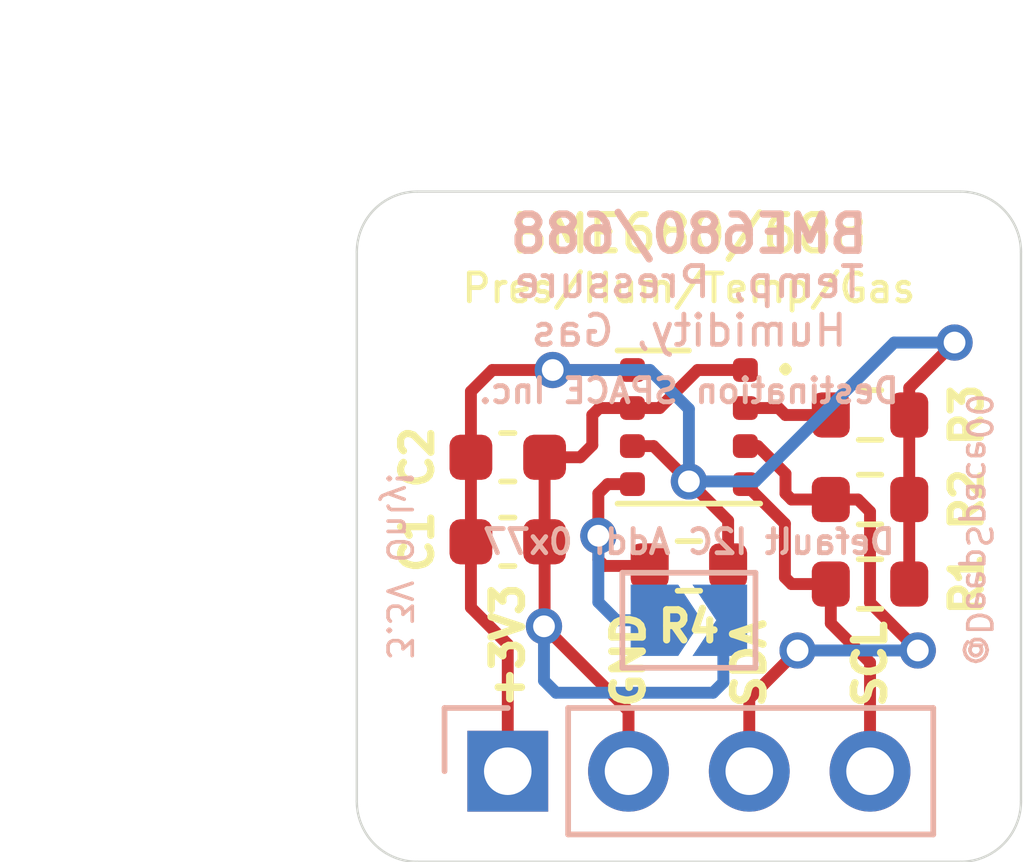
<source format=kicad_pcb>
(kicad_pcb (version 20171130) (host pcbnew "(5.1.10)-1")

  (general
    (thickness 1.6)
    (drawings 23)
    (tracks 78)
    (zones 0)
    (modules 9)
    (nets 7)
  )

  (page A4)
  (layers
    (0 F.Cu signal)
    (31 B.Cu signal)
    (32 B.Adhes user)
    (33 F.Adhes user)
    (34 B.Paste user)
    (35 F.Paste user)
    (36 B.SilkS user)
    (37 F.SilkS user)
    (38 B.Mask user)
    (39 F.Mask user)
    (40 Dwgs.User user)
    (41 Cmts.User user)
    (42 Eco1.User user)
    (43 Eco2.User user)
    (44 Edge.Cuts user)
    (45 Margin user)
    (46 B.CrtYd user)
    (47 F.CrtYd user)
    (48 B.Fab user hide)
    (49 F.Fab user hide)
  )

  (setup
    (last_trace_width 0.25)
    (user_trace_width 0.3048)
    (trace_clearance 0.2)
    (zone_clearance 0.508)
    (zone_45_only no)
    (trace_min 0.2)
    (via_size 0.8)
    (via_drill 0.4)
    (via_min_size 0.4)
    (via_min_drill 0.3)
    (uvia_size 0.3)
    (uvia_drill 0.1)
    (uvias_allowed no)
    (uvia_min_size 0.2)
    (uvia_min_drill 0.1)
    (edge_width 0.05)
    (segment_width 0.2)
    (pcb_text_width 0.3)
    (pcb_text_size 1.5 1.5)
    (mod_edge_width 0.12)
    (mod_text_size 1 1)
    (mod_text_width 0.15)
    (pad_size 0.3 0.3)
    (pad_drill 0)
    (pad_to_mask_clearance 0)
    (aux_axis_origin 0 0)
    (visible_elements 7FFFFFFF)
    (pcbplotparams
      (layerselection 0x010f0_ffffffff)
      (usegerberextensions false)
      (usegerberattributes true)
      (usegerberadvancedattributes true)
      (creategerberjobfile true)
      (excludeedgelayer true)
      (linewidth 0.100000)
      (plotframeref false)
      (viasonmask false)
      (mode 1)
      (useauxorigin false)
      (hpglpennumber 1)
      (hpglpenspeed 20)
      (hpglpendiameter 15.000000)
      (psnegative false)
      (psa4output false)
      (plotreference true)
      (plotvalue true)
      (plotinvisibletext false)
      (padsonsilk false)
      (subtractmaskfromsilk false)
      (outputformat 1)
      (mirror false)
      (drillshape 0)
      (scaleselection 1)
      (outputdirectory "gerberFiles/"))
  )

  (net 0 "")
  (net 1 +3V3)
  (net 2 GND)
  (net 3 SDO)
  (net 4 SCL)
  (net 5 SDA)
  (net 6 CS)

  (net_class Default "This is the default net class."
    (clearance 0.2)
    (trace_width 0.25)
    (via_dia 0.8)
    (via_drill 0.4)
    (uvia_dia 0.3)
    (uvia_drill 0.1)
    (add_net +3V3)
    (add_net CS)
    (add_net GND)
    (add_net SCL)
    (add_net SDA)
    (add_net SDO)
  )

  (module Capacitor_SMD:C_0603_1608Metric (layer F.Cu) (tedit 5F68FEEE) (tstamp 613FD9A0)
    (at 143.51 103.124)
    (descr "Capacitor SMD 0603 (1608 Metric), square (rectangular) end terminal, IPC_7351 nominal, (Body size source: IPC-SM-782 page 76, https://www.pcb-3d.com/wordpress/wp-content/uploads/ipc-sm-782a_amendment_1_and_2.pdf), generated with kicad-footprint-generator")
    (tags capacitor)
    (path /61400F79)
    (attr smd)
    (fp_text reference C1 (at -1.905 0 90) (layer F.SilkS)
      (effects (font (size 0.635 0.635) (thickness 0.15)))
    )
    (fp_text value 0.1uF (at 0 1.43) (layer F.Fab)
      (effects (font (size 1 1) (thickness 0.15)))
    )
    (fp_line (start 1.48 0.73) (end -1.48 0.73) (layer F.CrtYd) (width 0.05))
    (fp_line (start 1.48 -0.73) (end 1.48 0.73) (layer F.CrtYd) (width 0.05))
    (fp_line (start -1.48 -0.73) (end 1.48 -0.73) (layer F.CrtYd) (width 0.05))
    (fp_line (start -1.48 0.73) (end -1.48 -0.73) (layer F.CrtYd) (width 0.05))
    (fp_line (start -0.14058 0.51) (end 0.14058 0.51) (layer F.SilkS) (width 0.12))
    (fp_line (start -0.14058 -0.51) (end 0.14058 -0.51) (layer F.SilkS) (width 0.12))
    (fp_line (start 0.8 0.4) (end -0.8 0.4) (layer F.Fab) (width 0.1))
    (fp_line (start 0.8 -0.4) (end 0.8 0.4) (layer F.Fab) (width 0.1))
    (fp_line (start -0.8 -0.4) (end 0.8 -0.4) (layer F.Fab) (width 0.1))
    (fp_line (start -0.8 0.4) (end -0.8 -0.4) (layer F.Fab) (width 0.1))
    (fp_text user %R (at 0 0) (layer F.Fab)
      (effects (font (size 0.4 0.4) (thickness 0.06)))
    )
    (pad 1 smd roundrect (at -0.775 0) (size 0.9 0.95) (layers F.Cu F.Paste F.Mask) (roundrect_rratio 0.25)
      (net 1 +3V3))
    (pad 2 smd roundrect (at 0.775 0) (size 0.9 0.95) (layers F.Cu F.Paste F.Mask) (roundrect_rratio 0.25)
      (net 2 GND))
    (model ${KISYS3DMOD}/Capacitor_SMD.3dshapes/C_0603_1608Metric.wrl
      (at (xyz 0 0 0))
      (scale (xyz 1 1 1))
      (rotate (xyz 0 0 0))
    )
  )

  (module Capacitor_SMD:C_0603_1608Metric (layer F.Cu) (tedit 5F68FEEE) (tstamp 613FD9B1)
    (at 143.51 101.346)
    (descr "Capacitor SMD 0603 (1608 Metric), square (rectangular) end terminal, IPC_7351 nominal, (Body size source: IPC-SM-782 page 76, https://www.pcb-3d.com/wordpress/wp-content/uploads/ipc-sm-782a_amendment_1_and_2.pdf), generated with kicad-footprint-generator")
    (tags capacitor)
    (path /61407B47)
    (attr smd)
    (fp_text reference C2 (at -1.905 0 90) (layer F.SilkS)
      (effects (font (size 0.635 0.635) (thickness 0.15)))
    )
    (fp_text value 0.1uF (at 0 1.43) (layer F.Fab)
      (effects (font (size 1 1) (thickness 0.15)))
    )
    (fp_line (start -0.8 0.4) (end -0.8 -0.4) (layer F.Fab) (width 0.1))
    (fp_line (start -0.8 -0.4) (end 0.8 -0.4) (layer F.Fab) (width 0.1))
    (fp_line (start 0.8 -0.4) (end 0.8 0.4) (layer F.Fab) (width 0.1))
    (fp_line (start 0.8 0.4) (end -0.8 0.4) (layer F.Fab) (width 0.1))
    (fp_line (start -0.14058 -0.51) (end 0.14058 -0.51) (layer F.SilkS) (width 0.12))
    (fp_line (start -0.14058 0.51) (end 0.14058 0.51) (layer F.SilkS) (width 0.12))
    (fp_line (start -1.48 0.73) (end -1.48 -0.73) (layer F.CrtYd) (width 0.05))
    (fp_line (start -1.48 -0.73) (end 1.48 -0.73) (layer F.CrtYd) (width 0.05))
    (fp_line (start 1.48 -0.73) (end 1.48 0.73) (layer F.CrtYd) (width 0.05))
    (fp_line (start 1.48 0.73) (end -1.48 0.73) (layer F.CrtYd) (width 0.05))
    (fp_text user %R (at 0 0) (layer F.Fab)
      (effects (font (size 0.4 0.4) (thickness 0.06)))
    )
    (pad 2 smd roundrect (at 0.775 0) (size 0.9 0.95) (layers F.Cu F.Paste F.Mask) (roundrect_rratio 0.25)
      (net 2 GND))
    (pad 1 smd roundrect (at -0.775 0) (size 0.9 0.95) (layers F.Cu F.Paste F.Mask) (roundrect_rratio 0.25)
      (net 1 +3V3))
    (model ${KISYS3DMOD}/Capacitor_SMD.3dshapes/C_0603_1608Metric.wrl
      (at (xyz 0 0 0))
      (scale (xyz 1 1 1))
      (rotate (xyz 0 0 0))
    )
  )

  (module Jumper:SolderJumper-2_P1.3mm_Open_TrianglePad1.0x1.5mm (layer B.Cu) (tedit 5A64794F) (tstamp 613FD9BF)
    (at 147.32 104.775)
    (descr "SMD Solder Jumper, 1x1.5mm Triangular Pads, 0.3mm gap, open")
    (tags "solder jumper open")
    (path /61414FA6)
    (attr virtual)
    (fp_text reference JP1 (at 2.413 0 90) (layer B.SilkS) hide
      (effects (font (size 0.508 0.508) (thickness 0.127)) (justify mirror))
    )
    (fp_text value Jumper_2_Open (at 0 -1.9) (layer B.Fab)
      (effects (font (size 1 1) (thickness 0.15)) (justify mirror))
    )
    (fp_line (start 1.65 -1.25) (end -1.65 -1.25) (layer B.CrtYd) (width 0.05))
    (fp_line (start 1.65 -1.25) (end 1.65 1.25) (layer B.CrtYd) (width 0.05))
    (fp_line (start -1.65 1.25) (end -1.65 -1.25) (layer B.CrtYd) (width 0.05))
    (fp_line (start -1.65 1.25) (end 1.65 1.25) (layer B.CrtYd) (width 0.05))
    (fp_line (start -1.4 1) (end 1.4 1) (layer B.SilkS) (width 0.12))
    (fp_line (start 1.4 1) (end 1.4 -1) (layer B.SilkS) (width 0.12))
    (fp_line (start 1.4 -1) (end -1.4 -1) (layer B.SilkS) (width 0.12))
    (fp_line (start -1.4 -1) (end -1.4 1) (layer B.SilkS) (width 0.12))
    (pad 2 smd custom (at 0.725 0) (size 0.3 0.3) (layers B.Cu B.Mask)
      (net 2 GND) (zone_connect 2)
      (options (clearance outline) (anchor rect))
      (primitives
        (gr_poly (pts
           (xy -0.65 0.75) (xy 0.5 0.75) (xy 0.5 -0.75) (xy -0.65 -0.75) (xy -0.15 0)
) (width 0))
      ))
    (pad 1 smd custom (at -0.725 0) (size 0.3 0.3) (layers B.Cu B.Mask)
      (net 3 SDO) (zone_connect 2)
      (options (clearance outline) (anchor rect))
      (primitives
        (gr_poly (pts
           (xy -0.5 0.75) (xy 0.5 0.75) (xy 1 0) (xy 0.5 -0.75) (xy -0.5 -0.75)
) (width 0))
      ))
  )

  (module Resistor_SMD:R_0603_1608Metric (layer F.Cu) (tedit 5F68FEEE) (tstamp 613FD9D0)
    (at 151.13 104.013 180)
    (descr "Resistor SMD 0603 (1608 Metric), square (rectangular) end terminal, IPC_7351 nominal, (Body size source: IPC-SM-782 page 72, https://www.pcb-3d.com/wordpress/wp-content/uploads/ipc-sm-782a_amendment_1_and_2.pdf), generated with kicad-footprint-generator")
    (tags resistor)
    (path /6140BE80)
    (attr smd)
    (fp_text reference R1 (at -2.032 0 90) (layer F.SilkS)
      (effects (font (size 0.635 0.635) (thickness 0.15)))
    )
    (fp_text value 477k (at 0 1.43) (layer F.Fab)
      (effects (font (size 1 1) (thickness 0.15)))
    )
    (fp_line (start 1.48 0.73) (end -1.48 0.73) (layer F.CrtYd) (width 0.05))
    (fp_line (start 1.48 -0.73) (end 1.48 0.73) (layer F.CrtYd) (width 0.05))
    (fp_line (start -1.48 -0.73) (end 1.48 -0.73) (layer F.CrtYd) (width 0.05))
    (fp_line (start -1.48 0.73) (end -1.48 -0.73) (layer F.CrtYd) (width 0.05))
    (fp_line (start -0.237258 0.5225) (end 0.237258 0.5225) (layer F.SilkS) (width 0.12))
    (fp_line (start -0.237258 -0.5225) (end 0.237258 -0.5225) (layer F.SilkS) (width 0.12))
    (fp_line (start 0.8 0.4125) (end -0.8 0.4125) (layer F.Fab) (width 0.1))
    (fp_line (start 0.8 -0.4125) (end 0.8 0.4125) (layer F.Fab) (width 0.1))
    (fp_line (start -0.8 -0.4125) (end 0.8 -0.4125) (layer F.Fab) (width 0.1))
    (fp_line (start -0.8 0.4125) (end -0.8 -0.4125) (layer F.Fab) (width 0.1))
    (fp_text user %R (at 0 0) (layer F.Fab)
      (effects (font (size 0.4 0.4) (thickness 0.06)))
    )
    (pad 1 smd roundrect (at -0.825 0 180) (size 0.8 0.95) (layers F.Cu F.Paste F.Mask) (roundrect_rratio 0.25)
      (net 1 +3V3))
    (pad 2 smd roundrect (at 0.825 0 180) (size 0.8 0.95) (layers F.Cu F.Paste F.Mask) (roundrect_rratio 0.25)
      (net 4 SCL))
    (model ${KISYS3DMOD}/Resistor_SMD.3dshapes/R_0603_1608Metric.wrl
      (at (xyz 0 0 0))
      (scale (xyz 1 1 1))
      (rotate (xyz 0 0 0))
    )
  )

  (module Resistor_SMD:R_0603_1608Metric (layer F.Cu) (tedit 5F68FEEE) (tstamp 613FD9E1)
    (at 151.13 102.235 180)
    (descr "Resistor SMD 0603 (1608 Metric), square (rectangular) end terminal, IPC_7351 nominal, (Body size source: IPC-SM-782 page 72, https://www.pcb-3d.com/wordpress/wp-content/uploads/ipc-sm-782a_amendment_1_and_2.pdf), generated with kicad-footprint-generator")
    (tags resistor)
    (path /6140DE4C)
    (attr smd)
    (fp_text reference R2 (at -2.032 0 90) (layer F.SilkS)
      (effects (font (size 0.635 0.635) (thickness 0.15)))
    )
    (fp_text value 477k (at 0 1.43) (layer F.Fab)
      (effects (font (size 1 1) (thickness 0.15)))
    )
    (fp_line (start -0.8 0.4125) (end -0.8 -0.4125) (layer F.Fab) (width 0.1))
    (fp_line (start -0.8 -0.4125) (end 0.8 -0.4125) (layer F.Fab) (width 0.1))
    (fp_line (start 0.8 -0.4125) (end 0.8 0.4125) (layer F.Fab) (width 0.1))
    (fp_line (start 0.8 0.4125) (end -0.8 0.4125) (layer F.Fab) (width 0.1))
    (fp_line (start -0.237258 -0.5225) (end 0.237258 -0.5225) (layer F.SilkS) (width 0.12))
    (fp_line (start -0.237258 0.5225) (end 0.237258 0.5225) (layer F.SilkS) (width 0.12))
    (fp_line (start -1.48 0.73) (end -1.48 -0.73) (layer F.CrtYd) (width 0.05))
    (fp_line (start -1.48 -0.73) (end 1.48 -0.73) (layer F.CrtYd) (width 0.05))
    (fp_line (start 1.48 -0.73) (end 1.48 0.73) (layer F.CrtYd) (width 0.05))
    (fp_line (start 1.48 0.73) (end -1.48 0.73) (layer F.CrtYd) (width 0.05))
    (fp_text user %R (at 0 0) (layer F.Fab)
      (effects (font (size 0.4 0.4) (thickness 0.06)))
    )
    (pad 2 smd roundrect (at 0.825 0 180) (size 0.8 0.95) (layers F.Cu F.Paste F.Mask) (roundrect_rratio 0.25)
      (net 5 SDA))
    (pad 1 smd roundrect (at -0.825 0 180) (size 0.8 0.95) (layers F.Cu F.Paste F.Mask) (roundrect_rratio 0.25)
      (net 1 +3V3))
    (model ${KISYS3DMOD}/Resistor_SMD.3dshapes/R_0603_1608Metric.wrl
      (at (xyz 0 0 0))
      (scale (xyz 1 1 1))
      (rotate (xyz 0 0 0))
    )
  )

  (module Resistor_SMD:R_0603_1608Metric (layer F.Cu) (tedit 5F68FEEE) (tstamp 613FD9F2)
    (at 151.13 100.457 180)
    (descr "Resistor SMD 0603 (1608 Metric), square (rectangular) end terminal, IPC_7351 nominal, (Body size source: IPC-SM-782 page 72, https://www.pcb-3d.com/wordpress/wp-content/uploads/ipc-sm-782a_amendment_1_and_2.pdf), generated with kicad-footprint-generator")
    (tags resistor)
    (path /6140E662)
    (attr smd)
    (fp_text reference R3 (at -2.032 0 270) (layer F.SilkS)
      (effects (font (size 0.635 0.635) (thickness 0.15)))
    )
    (fp_text value 477k (at 0 1.43) (layer F.Fab)
      (effects (font (size 1 1) (thickness 0.15)))
    )
    (fp_line (start 1.48 0.73) (end -1.48 0.73) (layer F.CrtYd) (width 0.05))
    (fp_line (start 1.48 -0.73) (end 1.48 0.73) (layer F.CrtYd) (width 0.05))
    (fp_line (start -1.48 -0.73) (end 1.48 -0.73) (layer F.CrtYd) (width 0.05))
    (fp_line (start -1.48 0.73) (end -1.48 -0.73) (layer F.CrtYd) (width 0.05))
    (fp_line (start -0.237258 0.5225) (end 0.237258 0.5225) (layer F.SilkS) (width 0.12))
    (fp_line (start -0.237258 -0.5225) (end 0.237258 -0.5225) (layer F.SilkS) (width 0.12))
    (fp_line (start 0.8 0.4125) (end -0.8 0.4125) (layer F.Fab) (width 0.1))
    (fp_line (start 0.8 -0.4125) (end 0.8 0.4125) (layer F.Fab) (width 0.1))
    (fp_line (start -0.8 -0.4125) (end 0.8 -0.4125) (layer F.Fab) (width 0.1))
    (fp_line (start -0.8 0.4125) (end -0.8 -0.4125) (layer F.Fab) (width 0.1))
    (fp_text user %R (at 0 0) (layer F.Fab)
      (effects (font (size 0.4 0.4) (thickness 0.06)))
    )
    (pad 1 smd roundrect (at -0.825 0 180) (size 0.8 0.95) (layers F.Cu F.Paste F.Mask) (roundrect_rratio 0.25)
      (net 1 +3V3))
    (pad 2 smd roundrect (at 0.825 0 180) (size 0.8 0.95) (layers F.Cu F.Paste F.Mask) (roundrect_rratio 0.25)
      (net 6 CS))
    (model ${KISYS3DMOD}/Resistor_SMD.3dshapes/R_0603_1608Metric.wrl
      (at (xyz 0 0 0))
      (scale (xyz 1 1 1))
      (rotate (xyz 0 0 0))
    )
  )

  (module Resistor_SMD:R_0603_1608Metric (layer F.Cu) (tedit 5F68FEEE) (tstamp 613FDA03)
    (at 147.32 103.632)
    (descr "Resistor SMD 0603 (1608 Metric), square (rectangular) end terminal, IPC_7351 nominal, (Body size source: IPC-SM-782 page 72, https://www.pcb-3d.com/wordpress/wp-content/uploads/ipc-sm-782a_amendment_1_and_2.pdf), generated with kicad-footprint-generator")
    (tags resistor)
    (path /614126BD)
    (attr smd)
    (fp_text reference R4 (at 0 1.27) (layer F.SilkS)
      (effects (font (size 0.635 0.635) (thickness 0.15)))
    )
    (fp_text value 477k (at 0 1.43) (layer F.Fab)
      (effects (font (size 1 1) (thickness 0.15)))
    )
    (fp_line (start -0.8 0.4125) (end -0.8 -0.4125) (layer F.Fab) (width 0.1))
    (fp_line (start -0.8 -0.4125) (end 0.8 -0.4125) (layer F.Fab) (width 0.1))
    (fp_line (start 0.8 -0.4125) (end 0.8 0.4125) (layer F.Fab) (width 0.1))
    (fp_line (start 0.8 0.4125) (end -0.8 0.4125) (layer F.Fab) (width 0.1))
    (fp_line (start -0.237258 -0.5225) (end 0.237258 -0.5225) (layer F.SilkS) (width 0.12))
    (fp_line (start -0.237258 0.5225) (end 0.237258 0.5225) (layer F.SilkS) (width 0.12))
    (fp_line (start -1.48 0.73) (end -1.48 -0.73) (layer F.CrtYd) (width 0.05))
    (fp_line (start -1.48 -0.73) (end 1.48 -0.73) (layer F.CrtYd) (width 0.05))
    (fp_line (start 1.48 -0.73) (end 1.48 0.73) (layer F.CrtYd) (width 0.05))
    (fp_line (start 1.48 0.73) (end -1.48 0.73) (layer F.CrtYd) (width 0.05))
    (fp_text user %R (at 0 0) (layer F.Fab)
      (effects (font (size 0.4 0.4) (thickness 0.06)))
    )
    (pad 2 smd roundrect (at 0.825 0) (size 0.8 0.95) (layers F.Cu F.Paste F.Mask) (roundrect_rratio 0.25)
      (net 1 +3V3))
    (pad 1 smd roundrect (at -0.825 0) (size 0.8 0.95) (layers F.Cu F.Paste F.Mask) (roundrect_rratio 0.25)
      (net 3 SDO))
    (model ${KISYS3DMOD}/Resistor_SMD.3dshapes/R_0603_1608Metric.wrl
      (at (xyz 0 0 0))
      (scale (xyz 1 1 1))
      (rotate (xyz 0 0 0))
    )
  )

  (module Connector_PinHeader_2.54mm:PinHeader_1x04_P2.54mm_Vertical (layer B.Cu) (tedit 59FED5CC) (tstamp 613FDE74)
    (at 143.51 107.95 270)
    (descr "Through hole straight pin header, 1x04, 2.54mm pitch, single row")
    (tags "Through hole pin header THT 1x04 2.54mm single row")
    (path /61417FC7)
    (fp_text reference J1 (at -2.54 0) (layer B.SilkS) hide
      (effects (font (size 1 1) (thickness 0.15)) (justify mirror))
    )
    (fp_text value Conn_01x04_Male (at 0 -9.95 270) (layer B.Fab)
      (effects (font (size 1 1) (thickness 0.15)) (justify mirror))
    )
    (fp_line (start 1.8 1.8) (end -1.8 1.8) (layer B.CrtYd) (width 0.05))
    (fp_line (start 1.8 -9.4) (end 1.8 1.8) (layer B.CrtYd) (width 0.05))
    (fp_line (start -1.8 -9.4) (end 1.8 -9.4) (layer B.CrtYd) (width 0.05))
    (fp_line (start -1.8 1.8) (end -1.8 -9.4) (layer B.CrtYd) (width 0.05))
    (fp_line (start -1.33 1.33) (end 0 1.33) (layer B.SilkS) (width 0.12))
    (fp_line (start -1.33 0) (end -1.33 1.33) (layer B.SilkS) (width 0.12))
    (fp_line (start -1.33 -1.27) (end 1.33 -1.27) (layer B.SilkS) (width 0.12))
    (fp_line (start 1.33 -1.27) (end 1.33 -8.95) (layer B.SilkS) (width 0.12))
    (fp_line (start -1.33 -1.27) (end -1.33 -8.95) (layer B.SilkS) (width 0.12))
    (fp_line (start -1.33 -8.95) (end 1.33 -8.95) (layer B.SilkS) (width 0.12))
    (fp_line (start -1.27 0.635) (end -0.635 1.27) (layer B.Fab) (width 0.1))
    (fp_line (start -1.27 -8.89) (end -1.27 0.635) (layer B.Fab) (width 0.1))
    (fp_line (start 1.27 -8.89) (end -1.27 -8.89) (layer B.Fab) (width 0.1))
    (fp_line (start 1.27 1.27) (end 1.27 -8.89) (layer B.Fab) (width 0.1))
    (fp_line (start -0.635 1.27) (end 1.27 1.27) (layer B.Fab) (width 0.1))
    (fp_text user %R (at 0 -3.81) (layer B.Fab)
      (effects (font (size 1 1) (thickness 0.15)) (justify mirror))
    )
    (pad 1 thru_hole rect (at 0 0 270) (size 1.7 1.7) (drill 1) (layers *.Cu *.Mask)
      (net 1 +3V3))
    (pad 2 thru_hole oval (at 0 -2.54 270) (size 1.7 1.7) (drill 1) (layers *.Cu *.Mask)
      (net 2 GND))
    (pad 3 thru_hole oval (at 0 -5.08 270) (size 1.7 1.7) (drill 1) (layers *.Cu *.Mask)
      (net 5 SDA))
    (pad 4 thru_hole oval (at 0 -7.62 270) (size 1.7 1.7) (drill 1) (layers *.Cu *.Mask)
      (net 4 SCL))
    (model ${KISYS3DMOD}/Connector_PinHeader_2.54mm.3dshapes/PinHeader_1x04_P2.54mm_Vertical.wrl
      (at (xyz 0 0 0))
      (scale (xyz 1 1 1))
      (rotate (xyz 0 0 0))
    )
  )

  (module DS-sensors:Bosch_LGA-8_3x3mm_P0.8mm_ClockwisePinNumbering (layer F.Cu) (tedit 5D9F7937) (tstamp 6140C294)
    (at 147.32 100.711 270)
    (descr "Bosch  LGA, 8 Pin (https://ae-bst.resource.bosch.com/media/_tech/media/datasheets/BST-BME680-DS001-00.pdf#page=44), generated with kicad-footprint-generator ipc_noLead_generator.py")
    (tags "Bosch LGA NoLead")
    (path /6140C956)
    (attr smd)
    (fp_text reference U1 (at -2.413 0 180) (layer F.SilkS) hide
      (effects (font (size 1 1) (thickness 0.15)))
    )
    (fp_text value BME688 (at 0 2.45 90) (layer F.Fab)
      (effects (font (size 1 1) (thickness 0.15)))
    )
    (fp_line (start -1.61 0) (end -1.61 1.5) (layer F.SilkS) (width 0.12))
    (fp_line (start 1.61 -1.5) (end 1.61 1.5) (layer F.SilkS) (width 0.12))
    (fp_line (start -0.75 -1.5) (end 1.5 -1.5) (layer F.Fab) (width 0.1))
    (fp_line (start 1.5 -1.5) (end 1.5 1.5) (layer F.Fab) (width 0.1))
    (fp_line (start 1.5 1.5) (end -1.5 1.5) (layer F.Fab) (width 0.1))
    (fp_line (start -1.5 1.5) (end -1.5 -0.75) (layer F.Fab) (width 0.1))
    (fp_line (start -1.5 -0.75) (end -0.75 -1.5) (layer F.Fab) (width 0.1))
    (fp_line (start -1.75 -1.75) (end -1.75 1.75) (layer F.CrtYd) (width 0.05))
    (fp_line (start -1.75 1.75) (end 1.75 1.75) (layer F.CrtYd) (width 0.05))
    (fp_line (start 1.75 1.75) (end 1.75 -1.75) (layer F.CrtYd) (width 0.05))
    (fp_line (start 1.75 -1.75) (end -1.75 -1.75) (layer F.CrtYd) (width 0.05))
    (fp_text user %R (at 0 0 90) (layer F.Fab)
      (effects (font (size 0.75 0.75) (thickness 0.11)))
    )
    (pad 1 smd roundrect (at -1.2 -1.1875 270) (size 0.5 0.525) (layers F.Cu F.Paste F.Mask) (roundrect_rratio 0.25)
      (net 2 GND))
    (pad 2 smd roundrect (at -0.4 -1.1875 270) (size 0.5 0.525) (layers F.Cu F.Paste F.Mask) (roundrect_rratio 0.25)
      (net 6 CS))
    (pad 3 smd roundrect (at 0.4 -1.1875 270) (size 0.5 0.525) (layers F.Cu F.Paste F.Mask) (roundrect_rratio 0.25)
      (net 5 SDA))
    (pad 4 smd roundrect (at 1.2 -1.1875 270) (size 0.5 0.525) (layers F.Cu F.Paste F.Mask) (roundrect_rratio 0.25)
      (net 4 SCL))
    (pad 5 smd roundrect (at 1.2 1.1875 270) (size 0.5 0.525) (layers F.Cu F.Paste F.Mask) (roundrect_rratio 0.25)
      (net 3 SDO))
    (pad 6 smd roundrect (at 0.4 1.1875 270) (size 0.5 0.525) (layers F.Cu F.Paste F.Mask) (roundrect_rratio 0.25)
      (net 1 +3V3))
    (pad 7 smd roundrect (at -0.4 1.1875 270) (size 0.5 0.525) (layers F.Cu F.Paste F.Mask) (roundrect_rratio 0.25)
      (net 2 GND))
    (pad 8 smd roundrect (at -1.2 1.1875 270) (size 0.5 0.525) (layers F.Cu F.Paste F.Mask) (roundrect_rratio 0.25)
      (net 1 +3V3))
    (model "E:/OneDrive/work/Destination Space/development/.Shared Resources/kicad/models/BME680--3DModel-STEP-56544.STEP"
      (at (xyz 0 0 0))
      (scale (xyz 1 1 1))
      (rotate (xyz -90 0 180))
    )
  )

  (dimension 13.97 (width 0.15) (layer Dwgs.User)
    (gr_text "0.5500 in" (at 136.495001 102.743 270) (layer Dwgs.User)
      (effects (font (size 1 1) (thickness 0.15)))
    )
    (feature1 (pts (xy 140.081 109.728) (xy 137.20858 109.728)))
    (feature2 (pts (xy 140.081 95.758) (xy 137.20858 95.758)))
    (crossbar (pts (xy 137.795001 95.758) (xy 137.795001 109.728)))
    (arrow1a (pts (xy 137.795001 109.728) (xy 137.20858 108.601496)))
    (arrow1b (pts (xy 137.795001 109.728) (xy 138.381422 108.601496)))
    (arrow2a (pts (xy 137.795001 95.758) (xy 137.20858 96.884504)))
    (arrow2b (pts (xy 137.795001 95.758) (xy 138.381422 96.884504)))
  )
  (dimension 13.97 (width 0.15) (layer Dwgs.User)
    (gr_text "0.5500 in" (at 147.32 92.426) (layer Dwgs.User)
      (effects (font (size 1 1) (thickness 0.15)))
    )
    (feature1 (pts (xy 154.305 95.504) (xy 154.305 93.139579)))
    (feature2 (pts (xy 140.335 95.504) (xy 140.335 93.139579)))
    (crossbar (pts (xy 140.335 93.726) (xy 154.305 93.726)))
    (arrow1a (pts (xy 154.305 93.726) (xy 153.178496 94.312421)))
    (arrow1b (pts (xy 154.305 93.726) (xy 153.178496 93.139579)))
    (arrow2a (pts (xy 140.335 93.726) (xy 141.461504 94.312421)))
    (arrow2b (pts (xy 140.335 93.726) (xy 141.461504 93.139579)))
  )
  (gr_text . (at 149.352 99.187) (layer F.SilkS)
    (effects (font (size 0.762 0.762) (thickness 0.1905)))
  )
  (gr_line (start 153.035 109.855) (end 141.605 109.855) (layer Edge.Cuts) (width 0.05) (tstamp 613FF050))
  (gr_line (start 154.305 97.028) (end 154.305 108.585) (layer Edge.Cuts) (width 0.05) (tstamp 613FF04F))
  (gr_line (start 141.605 95.758) (end 153.035 95.758) (layer Edge.Cuts) (width 0.05) (tstamp 613FF04E))
  (gr_line (start 140.335 108.585) (end 140.335 97.028) (layer Edge.Cuts) (width 0.05) (tstamp 613FF04D))
  (gr_arc (start 141.605 97.028) (end 141.605 95.758) (angle -90) (layer Edge.Cuts) (width 0.05))
  (gr_arc (start 141.605 108.585) (end 140.335 108.585) (angle -90) (layer Edge.Cuts) (width 0.05))
  (gr_arc (start 153.035 97.028) (end 154.305 97.028) (angle -90) (layer Edge.Cuts) (width 0.05))
  (gr_arc (start 153.035 108.585) (end 153.035 109.855) (angle -90) (layer Edge.Cuts) (width 0.05))
  (gr_text @DeepSpace00 (at 153.416 102.87 270) (layer B.SilkS)
    (effects (font (size 0.508 0.508) (thickness 0.0762)) (justify mirror))
  )
  (gr_text "3.3V Only!" (at 141.224 103.632 -90) (layer B.SilkS)
    (effects (font (size 0.508 0.508) (thickness 0.0762)) (justify mirror))
  )
  (gr_text "Default I2C Addr 0x77" (at 147.32 103.124) (layer B.SilkS)
    (effects (font (size 0.508 0.508) (thickness 0.1016)) (justify mirror))
  )
  (gr_text "Destination SPACE Inc." (at 147.32 99.949) (layer B.SilkS)
    (effects (font (size 0.508 0.508) (thickness 0.1016)) (justify mirror))
  )
  (gr_text "Temp, Pressure\nHumidity, Gas" (at 147.32 98.171) (layer B.SilkS)
    (effects (font (size 0.635 0.635) (thickness 0.1016)) (justify mirror))
  )
  (gr_text BME680/688 (at 147.32 96.647) (layer B.SilkS)
    (effects (font (size 0.762 0.762) (thickness 0.1524)) (justify mirror))
  )
  (gr_text Pres/Hum/Temp/Gas (at 147.32 97.79) (layer F.SilkS)
    (effects (font (size 0.5842 0.5842) (thickness 0.1016)))
  )
  (gr_text BME680/688 (at 147.32 96.647) (layer F.SilkS)
    (effects (font (size 0.762 0.762) (thickness 0.127)))
  )
  (gr_text SCL (at 151.13 106.68 90) (layer F.SilkS)
    (effects (font (size 0.635 0.635) (thickness 0.15875)) (justify left))
  )
  (gr_text SDA (at 148.59 106.68 90) (layer F.SilkS)
    (effects (font (size 0.635 0.635) (thickness 0.15875)) (justify left))
  )
  (gr_text GND (at 146.05 106.68 90) (layer F.SilkS)
    (effects (font (size 0.635 0.635) (thickness 0.15875)) (justify left))
  )
  (gr_text +3V3 (at 143.51 106.68 90) (layer F.SilkS)
    (effects (font (size 0.635 0.635) (thickness 0.15875)) (justify left))
  )

  (via (at 152.908 98.933) (size 0.762) (drill 0.4572) (layers F.Cu B.Cu) (net 1))
  (via (at 147.32 101.854) (size 0.762) (drill 0.4572) (layers F.Cu B.Cu) (net 1))
  (segment (start 143.51 105.283) (end 143.51 107.95) (width 0.25) (layer F.Cu) (net 1))
  (segment (start 142.735 104.508) (end 143.51 105.283) (width 0.25) (layer F.Cu) (net 1))
  (segment (start 142.735 103.124) (end 142.735 104.508) (width 0.25) (layer F.Cu) (net 1))
  (segment (start 142.735 103.124) (end 142.735 101.346) (width 0.25) (layer F.Cu) (net 1))
  (segment (start 142.735 101.346) (end 142.735 99.962) (width 0.25) (layer F.Cu) (net 1))
  (segment (start 143.186 99.511) (end 144.456 99.511) (width 0.25) (layer F.Cu) (net 1))
  (segment (start 142.735 99.962) (end 143.186 99.511) (width 0.25) (layer F.Cu) (net 1))
  (segment (start 151.955 104.013) (end 151.955 102.235) (width 0.25) (layer F.Cu) (net 1))
  (segment (start 151.955 102.235) (end 151.955 100.457) (width 0.25) (layer F.Cu) (net 1))
  (segment (start 146.577 101.111) (end 147.32 101.854) (width 0.25) (layer F.Cu) (net 1))
  (segment (start 146.1325 101.111) (end 146.577 101.111) (width 0.25) (layer F.Cu) (net 1))
  (segment (start 148.145 102.679) (end 147.32 101.854) (width 0.25) (layer F.Cu) (net 1))
  (segment (start 148.145 103.632) (end 148.145 102.679) (width 0.25) (layer F.Cu) (net 1))
  (segment (start 144.456 99.511) (end 146.1325 99.511) (width 0.25) (layer F.Cu) (net 1) (tstamp 613FEE86))
  (via (at 144.456 99.511) (size 0.762) (drill 0.4572) (layers F.Cu B.Cu) (net 1))
  (segment (start 144.456 99.511) (end 146.501 99.511) (width 0.25) (layer B.Cu) (net 1))
  (segment (start 147.32 100.33) (end 147.32 101.854) (width 0.25) (layer B.Cu) (net 1))
  (segment (start 146.501 99.511) (end 147.32 100.33) (width 0.25) (layer B.Cu) (net 1))
  (segment (start 147.32 101.854) (end 148.717 101.854) (width 0.25) (layer B.Cu) (net 1))
  (segment (start 151.638 98.933) (end 152.908 98.933) (width 0.25) (layer B.Cu) (net 1))
  (segment (start 148.717 101.854) (end 151.638 98.933) (width 0.25) (layer B.Cu) (net 1))
  (segment (start 151.955 99.886) (end 152.908 98.933) (width 0.25) (layer F.Cu) (net 1))
  (segment (start 151.955 100.457) (end 151.955 99.886) (width 0.25) (layer F.Cu) (net 1))
  (via (at 144.272 104.902) (size 0.762) (drill 0.4572) (layers F.Cu B.Cu) (net 2))
  (segment (start 146.1325 100.311) (end 146.704 100.311) (width 0.25) (layer F.Cu) (net 2))
  (segment (start 147.504 99.511) (end 148.5075 99.511) (width 0.25) (layer F.Cu) (net 2))
  (segment (start 146.704 100.311) (end 147.504 99.511) (width 0.25) (layer F.Cu) (net 2))
  (segment (start 146.05 106.68) (end 146.05 107.95) (width 0.25) (layer F.Cu) (net 2))
  (segment (start 144.285 104.915) (end 146.05 106.68) (width 0.25) (layer F.Cu) (net 2))
  (segment (start 144.285 103.124) (end 144.285 104.915) (width 0.25) (layer F.Cu) (net 2))
  (segment (start 144.285 101.346) (end 144.285 103.124) (width 0.25) (layer F.Cu) (net 2))
  (segment (start 145.434 100.311) (end 146.1325 100.311) (width 0.25) (layer F.Cu) (net 2))
  (segment (start 145.288 100.457) (end 145.434 100.311) (width 0.25) (layer F.Cu) (net 2))
  (segment (start 145.288 101.092) (end 145.288 100.457) (width 0.25) (layer F.Cu) (net 2))
  (segment (start 145.034 101.346) (end 145.288 101.092) (width 0.25) (layer F.Cu) (net 2))
  (segment (start 144.285 101.346) (end 145.034 101.346) (width 0.25) (layer F.Cu) (net 2))
  (segment (start 148.045 104.775) (end 148.045 106.082) (width 0.25) (layer B.Cu) (net 2))
  (segment (start 148.045 106.082) (end 147.828 106.299) (width 0.25) (layer B.Cu) (net 2))
  (segment (start 147.828 106.299) (end 144.526 106.299) (width 0.25) (layer B.Cu) (net 2))
  (segment (start 144.272 106.045) (end 144.272 104.902) (width 0.25) (layer B.Cu) (net 2))
  (segment (start 144.526 106.299) (end 144.272 106.045) (width 0.25) (layer B.Cu) (net 2))
  (via (at 145.415 102.997) (size 0.762) (drill 0.4572) (layers F.Cu B.Cu) (net 3))
  (segment (start 146.1325 101.911) (end 145.612 101.911) (width 0.25) (layer F.Cu) (net 3))
  (segment (start 145.415 102.108) (end 145.415 102.997) (width 0.25) (layer F.Cu) (net 3))
  (segment (start 145.612 101.911) (end 145.415 102.108) (width 0.25) (layer F.Cu) (net 3))
  (segment (start 145.415 102.997) (end 145.415 103.505) (width 0.25) (layer F.Cu) (net 3))
  (segment (start 145.542 103.632) (end 146.495 103.632) (width 0.25) (layer F.Cu) (net 3))
  (segment (start 145.415 103.505) (end 145.542 103.632) (width 0.25) (layer F.Cu) (net 3))
  (segment (start 145.415 102.997) (end 145.415 104.394) (width 0.25) (layer B.Cu) (net 3))
  (segment (start 145.796 104.775) (end 146.595 104.775) (width 0.25) (layer B.Cu) (net 3))
  (segment (start 145.415 104.394) (end 145.796 104.775) (width 0.25) (layer B.Cu) (net 3))
  (segment (start 148.5075 101.911) (end 149.3395 102.743) (width 0.25) (layer F.Cu) (net 4))
  (segment (start 149.3395 102.743) (end 149.3395 103.8735) (width 0.25) (layer F.Cu) (net 4))
  (segment (start 149.479 104.013) (end 150.305 104.013) (width 0.25) (layer F.Cu) (net 4))
  (segment (start 149.3395 103.8735) (end 149.479 104.013) (width 0.25) (layer F.Cu) (net 4))
  (segment (start 150.305 104.013) (end 150.305 104.839) (width 0.25) (layer F.Cu) (net 4))
  (segment (start 151.13 105.664) (end 151.13 107.95) (width 0.25) (layer F.Cu) (net 4))
  (segment (start 150.305 104.839) (end 151.13 105.664) (width 0.25) (layer F.Cu) (net 4))
  (via (at 149.606 105.41) (size 0.762) (drill 0.4572) (layers F.Cu B.Cu) (net 5))
  (segment (start 148.77 101.111) (end 149.352 101.693) (width 0.25) (layer F.Cu) (net 5))
  (segment (start 148.5075 101.111) (end 148.77 101.111) (width 0.25) (layer F.Cu) (net 5))
  (segment (start 149.352 101.693) (end 149.352 102.108) (width 0.25) (layer F.Cu) (net 5))
  (segment (start 149.479 102.235) (end 150.305 102.235) (width 0.25) (layer F.Cu) (net 5))
  (segment (start 149.352 102.108) (end 149.479 102.235) (width 0.25) (layer F.Cu) (net 5))
  (segment (start 150.305 102.235) (end 150.876 102.235) (width 0.25) (layer F.Cu) (net 5))
  (segment (start 150.876 102.235) (end 151.13 102.489) (width 0.25) (layer F.Cu) (net 5))
  (segment (start 151.13 104.405478) (end 152.134522 105.41) (width 0.25) (layer F.Cu) (net 5))
  (segment (start 151.13 102.489) (end 151.13 104.405478) (width 0.25) (layer F.Cu) (net 5))
  (segment (start 152.134522 105.41) (end 152.134522 105.41) (width 0.25) (layer F.Cu) (net 5) (tstamp 613FEF04))
  (via (at 152.134522 105.41) (size 0.762) (drill 0.4572) (layers F.Cu B.Cu) (net 5))
  (segment (start 152.134522 105.41) (end 149.606 105.41) (width 0.25) (layer B.Cu) (net 5))
  (segment (start 148.59 106.426) (end 149.606 105.41) (width 0.25) (layer F.Cu) (net 5))
  (segment (start 148.59 107.95) (end 148.59 106.426) (width 0.25) (layer F.Cu) (net 5))
  (segment (start 148.5075 100.311) (end 149.206 100.311) (width 0.25) (layer F.Cu) (net 6))
  (segment (start 149.352 100.457) (end 150.305 100.457) (width 0.25) (layer F.Cu) (net 6))
  (segment (start 149.206 100.311) (end 149.352 100.457) (width 0.25) (layer F.Cu) (net 6))

)

</source>
